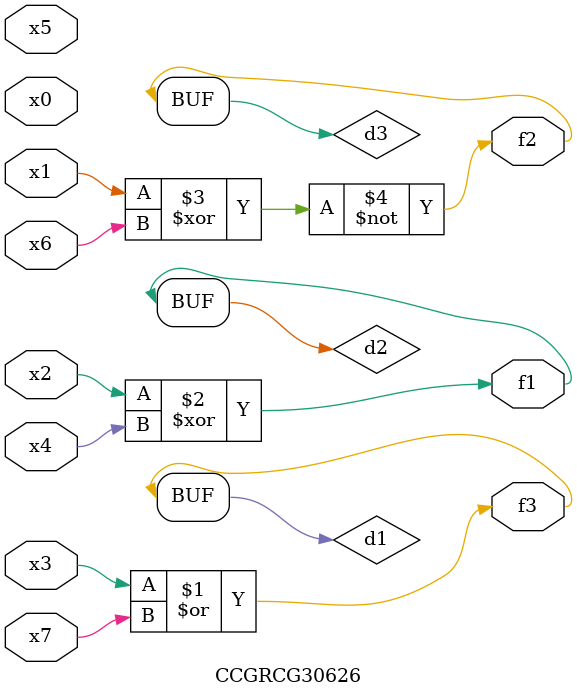
<source format=v>
module CCGRCG30626(
	input x0, x1, x2, x3, x4, x5, x6, x7,
	output f1, f2, f3
);

	wire d1, d2, d3;

	or (d1, x3, x7);
	xor (d2, x2, x4);
	xnor (d3, x1, x6);
	assign f1 = d2;
	assign f2 = d3;
	assign f3 = d1;
endmodule

</source>
